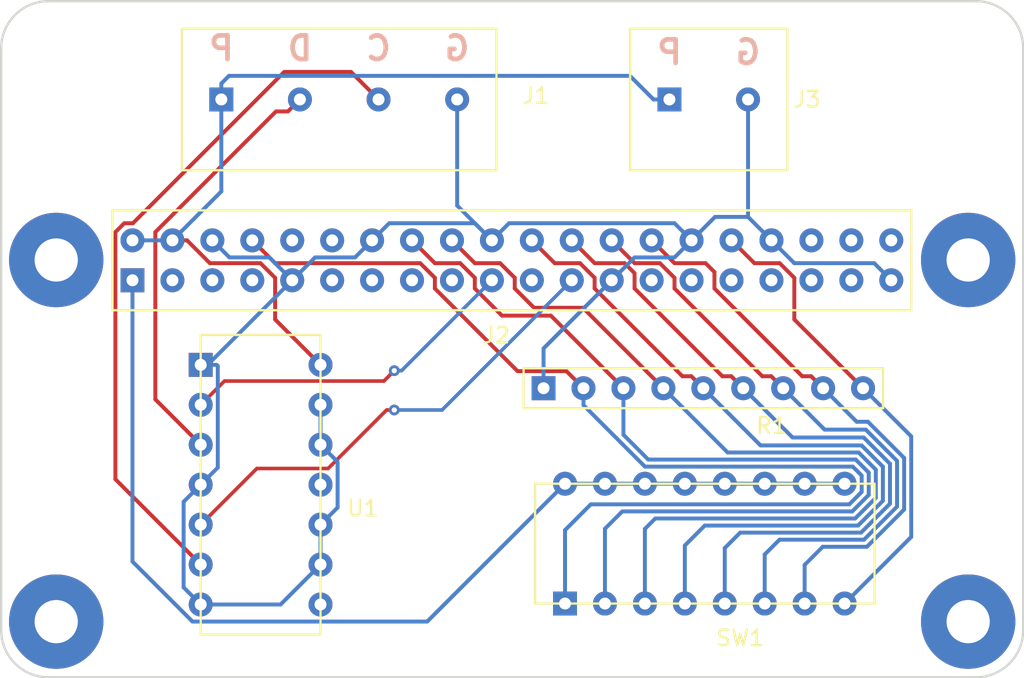
<source format=kicad_pcb>
(kicad_pcb (version 4) (host pcbnew 4.0.7)

  (general
    (links 49)
    (no_connects 0)
    (area 104.919047 70.674999 171.080953 114.325)
    (thickness 1.6)
    (drawings 14)
    (tracks 231)
    (zones 0)
    (modules 10)
    (nets 37)
  )

  (page A)
  (title_block
    (date 2017-12-09)
    (rev 1)
  )

  (layers
    (0 F.Cu signal)
    (31 B.Cu signal)
    (32 B.Adhes user)
    (33 F.Adhes user)
    (34 B.Paste user)
    (35 F.Paste user)
    (36 B.SilkS user)
    (37 F.SilkS user)
    (38 B.Mask user)
    (39 F.Mask user)
    (40 Dwgs.User user)
    (41 Cmts.User user)
    (42 Eco1.User user)
    (43 Eco2.User user)
    (44 Edge.Cuts user)
    (45 Margin user)
    (46 B.CrtYd user)
    (47 F.CrtYd user)
    (48 B.Fab user)
    (49 F.Fab user)
  )

  (setup
    (last_trace_width 0.2286)
    (trace_clearance 0.1524)
    (zone_clearance 0.508)
    (zone_45_only no)
    (trace_min 0.1524)
    (segment_width 0.2)
    (edge_width 0.15)
    (via_size 0.6858)
    (via_drill 0.3302)
    (via_min_size 0.6858)
    (via_min_drill 0.3302)
    (uvia_size 0.762)
    (uvia_drill 0.508)
    (uvias_allowed no)
    (uvia_min_size 0.2)
    (uvia_min_drill 0.1)
    (pcb_text_width 0.3)
    (pcb_text_size 1.5 1.5)
    (mod_edge_width 0.15)
    (mod_text_size 1 1)
    (mod_text_width 0.15)
    (pad_size 6 6)
    (pad_drill 2.75)
    (pad_to_mask_clearance 0.2)
    (aux_axis_origin 0 0)
    (grid_origin 105.5 113.75)
    (visible_elements 7FFFFFFF)
    (pcbplotparams
      (layerselection 0x00030_80000001)
      (usegerberextensions false)
      (excludeedgelayer true)
      (linewidth 0.100000)
      (plotframeref false)
      (viasonmask false)
      (mode 1)
      (useauxorigin false)
      (hpglpennumber 1)
      (hpglpenspeed 20)
      (hpglpendiameter 15)
      (hpglpenoverlay 2)
      (psnegative false)
      (psa4output false)
      (plotreference true)
      (plotvalue true)
      (plotinvisibletext false)
      (padsonsilk false)
      (subtractmaskfromsilk false)
      (outputformat 1)
      (mirror false)
      (drillshape 1)
      (scaleselection 1)
      (outputdirectory ""))
  )

  (net 0 "")
  (net 1 VCC)
  (net 2 "Net-(J1-Pad2)")
  (net 3 "Net-(J1-Pad3)")
  (net 4 GND)
  (net 5 "Net-(J2-Pad1)")
  (net 6 "Net-(J2-Pad3)")
  (net 7 "Net-(J2-Pad5)")
  (net 8 "Net-(J2-Pad7)")
  (net 9 "Net-(J2-Pad8)")
  (net 10 "Net-(J2-Pad10)")
  (net 11 "Net-(J2-Pad11)")
  (net 12 "Net-(J2-Pad12)")
  (net 13 "Net-(J2-Pad13)")
  (net 14 "Net-(J2-Pad15)")
  (net 15 "Net-(J2-Pad16)")
  (net 16 "Net-(J2-Pad17)")
  (net 17 "Net-(J2-Pad18)")
  (net 18 "Net-(J2-Pad19)")
  (net 19 "Net-(J2-Pad21)")
  (net 20 "Net-(J2-Pad22)")
  (net 21 "Net-(J2-Pad23)")
  (net 22 "Net-(J2-Pad24)")
  (net 23 "Net-(J2-Pad26)")
  (net 24 "Net-(J2-Pad27)")
  (net 25 "Net-(J2-Pad28)")
  (net 26 "Net-(J2-Pad29)")
  (net 27 "Net-(J2-Pad31)")
  (net 28 "Net-(J2-Pad32)")
  (net 29 "Net-(J2-Pad33)")
  (net 30 "Net-(J2-Pad35)")
  (net 31 "Net-(J2-Pad36)")
  (net 32 "Net-(J2-Pad37)")
  (net 33 "Net-(J2-Pad38)")
  (net 34 "Net-(J2-Pad40)")
  (net 35 "Net-(U1-Pad8)")
  (net 36 "Net-(U1-Pad11)")

  (net_class Default "This is the default net class."
    (clearance 0.1524)
    (trace_width 0.2286)
    (via_dia 0.6858)
    (via_drill 0.3302)
    (uvia_dia 0.762)
    (uvia_drill 0.508)
    (add_net GND)
    (add_net "Net-(J1-Pad2)")
    (add_net "Net-(J1-Pad3)")
    (add_net "Net-(J2-Pad1)")
    (add_net "Net-(J2-Pad10)")
    (add_net "Net-(J2-Pad11)")
    (add_net "Net-(J2-Pad12)")
    (add_net "Net-(J2-Pad13)")
    (add_net "Net-(J2-Pad15)")
    (add_net "Net-(J2-Pad16)")
    (add_net "Net-(J2-Pad17)")
    (add_net "Net-(J2-Pad18)")
    (add_net "Net-(J2-Pad19)")
    (add_net "Net-(J2-Pad21)")
    (add_net "Net-(J2-Pad22)")
    (add_net "Net-(J2-Pad23)")
    (add_net "Net-(J2-Pad24)")
    (add_net "Net-(J2-Pad26)")
    (add_net "Net-(J2-Pad27)")
    (add_net "Net-(J2-Pad28)")
    (add_net "Net-(J2-Pad29)")
    (add_net "Net-(J2-Pad3)")
    (add_net "Net-(J2-Pad31)")
    (add_net "Net-(J2-Pad32)")
    (add_net "Net-(J2-Pad33)")
    (add_net "Net-(J2-Pad35)")
    (add_net "Net-(J2-Pad36)")
    (add_net "Net-(J2-Pad37)")
    (add_net "Net-(J2-Pad38)")
    (add_net "Net-(J2-Pad40)")
    (add_net "Net-(J2-Pad5)")
    (add_net "Net-(J2-Pad7)")
    (add_net "Net-(J2-Pad8)")
    (add_net "Net-(U1-Pad11)")
    (add_net "Net-(U1-Pad8)")
    (add_net VCC)
  )

  (module LED:MountHole (layer F.Cu) (tedit 5A2C59B7) (tstamp 5A2C4DB1)
    (at 167 89.75)
    (fp_text reference REF** (at 0 0.5) (layer F.SilkS) hide
      (effects (font (size 1 1) (thickness 0.15)))
    )
    (fp_text value MountHole (at 0 -6.35) (layer F.Fab) hide
      (effects (font (size 1 1) (thickness 0.15)))
    )
    (pad "" thru_hole circle (at 0 -2.54) (size 6 6) (drill 2.75) (layers *.Cu *.Mask))
  )

  (module LED:MountHole (layer F.Cu) (tedit 5A2C59C0) (tstamp 5A2C4DF0)
    (at 167 112.75)
    (fp_text reference REF** (at 0 0.5) (layer F.SilkS) hide
      (effects (font (size 1 1) (thickness 0.15)))
    )
    (fp_text value MountHole (at 0 -6.35) (layer F.Fab) hide
      (effects (font (size 1 1) (thickness 0.15)))
    )
    (pad "" thru_hole circle (at 0 -2.54) (size 6 6) (drill 2.75) (layers *.Cu *.Mask))
  )

  (module LED:MountHole (layer F.Cu) (tedit 5A2C59A1) (tstamp 5A2C4E17)
    (at 109 89.75)
    (fp_text reference REF** (at 0 0.5) (layer F.SilkS) hide
      (effects (font (size 1 1) (thickness 0.15)))
    )
    (fp_text value MountHole (at 0 -6.35) (layer F.Fab) hide
      (effects (font (size 1 1) (thickness 0.15)))
    )
    (pad "" thru_hole circle (at 0 -2.54) (size 6 6) (drill 2.75) (layers *.Cu *.Mask))
  )

  (module LED:MountHole (layer F.Cu) (tedit 5A2C59AB) (tstamp 5A2C4E69)
    (at 109 112.75)
    (fp_text reference REF** (at 0 0.5) (layer F.SilkS) hide
      (effects (font (size 1 1) (thickness 0.15)))
    )
    (fp_text value MountHole (at 0 -6.35) (layer F.Fab) hide
      (effects (font (size 1 1) (thickness 0.15)))
    )
    (pad "" thru_hole circle (at 0 -2.54) (size 6 6) (drill 2.75) (layers *.Cu *.Mask))
  )

  (module LED:Phoenix-Screw-Term-4 (layer F.Cu) (tedit 5A2C4FFB) (tstamp 5A2C4F11)
    (at 127 77)
    (path /5A20B6B4)
    (fp_text reference J1 (at 12.5 -0.25) (layer F.SilkS)
      (effects (font (size 1 1) (thickness 0.15)))
    )
    (fp_text value TermBlock4 (at 0 5.5) (layer F.Fab)
      (effects (font (size 1 1) (thickness 0.15)))
    )
    (fp_line (start 10 -4.5) (end 10 4.5) (layer F.SilkS) (width 0.15))
    (fp_line (start 10 4.5) (end -10 4.5) (layer F.SilkS) (width 0.15))
    (fp_line (start -10 4.5) (end -10 -4.5) (layer F.SilkS) (width 0.15))
    (fp_line (start -10 -4.5) (end 10 -4.5) (layer F.SilkS) (width 0.15))
    (pad 1 thru_hole rect (at -7.5 0) (size 1.524 1.524) (drill 0.762) (layers *.Cu *.Mask)
      (net 1 VCC))
    (pad 2 thru_hole circle (at -2.5 0) (size 1.524 1.524) (drill 0.762) (layers *.Cu *.Mask)
      (net 2 "Net-(J1-Pad2)"))
    (pad 3 thru_hole circle (at 2.5 0) (size 1.524 1.524) (drill 0.762) (layers *.Cu *.Mask)
      (net 3 "Net-(J1-Pad3)"))
    (pad 4 thru_hole circle (at 7.5 0) (size 1.524 1.524) (drill 0.762) (layers *.Cu *.Mask)
      (net 4 GND))
  )

  (module "LED:Pi Header" (layer F.Cu) (tedit 5A2C4FE0) (tstamp 5A2C4F41)
    (at 139.25 88.5)
    (path /5A20B76F)
    (fp_text reference J2 (at -2.25 3.5) (layer F.SilkS)
      (effects (font (size 1 1) (thickness 0.15)))
    )
    (fp_text value PIHeader (at -8.25 3.25) (layer F.Fab)
      (effects (font (size 1 1) (thickness 0.15)))
    )
    (fp_line (start -26.67 -4.445) (end 24.13 -4.445) (layer F.SilkS) (width 0.15))
    (fp_line (start 24.13 -4.445) (end 24.13 1.905) (layer F.SilkS) (width 0.15))
    (fp_line (start 24.13 1.905) (end -26.67 1.905) (layer F.SilkS) (width 0.15))
    (fp_line (start -26.67 1.905) (end -26.67 -4.445) (layer F.SilkS) (width 0.15))
    (pad 1 thru_hole rect (at -25.4 0) (size 1.524 1.524) (drill 0.762) (layers *.Cu *.Mask)
      (net 5 "Net-(J2-Pad1)"))
    (pad 2 thru_hole circle (at -25.4 -2.54) (size 1.524 1.524) (drill 0.762) (layers *.Cu *.Mask)
      (net 1 VCC))
    (pad 3 thru_hole circle (at -22.86 0) (size 1.524 1.524) (drill 0.762) (layers *.Cu *.Mask)
      (net 6 "Net-(J2-Pad3)"))
    (pad 4 thru_hole circle (at -22.86 -2.54) (size 1.524 1.524) (drill 0.762) (layers *.Cu *.Mask)
      (net 1 VCC))
    (pad 5 thru_hole circle (at -20.32 0) (size 1.524 1.524) (drill 0.762) (layers *.Cu *.Mask)
      (net 7 "Net-(J2-Pad5)"))
    (pad 6 thru_hole circle (at -20.32 -2.54) (size 1.524 1.524) (drill 0.762) (layers *.Cu *.Mask)
      (net 4 GND))
    (pad 7 thru_hole circle (at -17.78 0) (size 1.524 1.524) (drill 0.762) (layers *.Cu *.Mask)
      (net 8 "Net-(J2-Pad7)"))
    (pad 8 thru_hole circle (at -17.78 -2.54) (size 1.524 1.524) (drill 0.762) (layers *.Cu *.Mask)
      (net 9 "Net-(J2-Pad8)"))
    (pad 9 thru_hole circle (at -15.24 0) (size 1.524 1.524) (drill 0.762) (layers *.Cu *.Mask)
      (net 4 GND))
    (pad 10 thru_hole circle (at -15.24 -2.54) (size 1.524 1.524) (drill 0.762) (layers *.Cu *.Mask)
      (net 10 "Net-(J2-Pad10)"))
    (pad 11 thru_hole circle (at -12.7 0) (size 1.524 1.524) (drill 0.762) (layers *.Cu *.Mask)
      (net 11 "Net-(J2-Pad11)"))
    (pad 12 thru_hole circle (at -12.7 -2.54) (size 1.524 1.524) (drill 0.762) (layers *.Cu *.Mask)
      (net 12 "Net-(J2-Pad12)"))
    (pad 13 thru_hole circle (at -10.16 0) (size 1.524 1.524) (drill 0.762) (layers *.Cu *.Mask)
      (net 13 "Net-(J2-Pad13)"))
    (pad 14 thru_hole circle (at -10.16 -2.54) (size 1.524 1.524) (drill 0.762) (layers *.Cu *.Mask)
      (net 4 GND))
    (pad 15 thru_hole circle (at -7.62 0) (size 1.524 1.524) (drill 0.762) (layers *.Cu *.Mask)
      (net 14 "Net-(J2-Pad15)"))
    (pad 16 thru_hole circle (at -7.62 -2.54) (size 1.524 1.524) (drill 0.762) (layers *.Cu *.Mask)
      (net 15 "Net-(J2-Pad16)"))
    (pad 17 thru_hole circle (at -5.08 0) (size 1.524 1.524) (drill 0.762) (layers *.Cu *.Mask)
      (net 16 "Net-(J2-Pad17)"))
    (pad 18 thru_hole circle (at -5.08 -2.54) (size 1.524 1.524) (drill 0.762) (layers *.Cu *.Mask)
      (net 17 "Net-(J2-Pad18)"))
    (pad 19 thru_hole circle (at -2.54 0) (size 1.524 1.524) (drill 0.762) (layers *.Cu *.Mask)
      (net 18 "Net-(J2-Pad19)"))
    (pad 20 thru_hole circle (at -2.54 -2.54) (size 1.524 1.524) (drill 0.762) (layers *.Cu *.Mask)
      (net 4 GND))
    (pad 21 thru_hole circle (at 0 0) (size 1.524 1.524) (drill 0.762) (layers *.Cu *.Mask)
      (net 19 "Net-(J2-Pad21)"))
    (pad 22 thru_hole circle (at 0 -2.54) (size 1.524 1.524) (drill 0.762) (layers *.Cu *.Mask)
      (net 20 "Net-(J2-Pad22)"))
    (pad 23 thru_hole circle (at 2.54 0) (size 1.524 1.524) (drill 0.762) (layers *.Cu *.Mask)
      (net 21 "Net-(J2-Pad23)"))
    (pad 24 thru_hole circle (at 2.54 -2.54) (size 1.524 1.524) (drill 0.762) (layers *.Cu *.Mask)
      (net 22 "Net-(J2-Pad24)"))
    (pad 25 thru_hole circle (at 5.08 0) (size 1.524 1.524) (drill 0.762) (layers *.Cu *.Mask)
      (net 4 GND))
    (pad 26 thru_hole circle (at 5.08 -2.54) (size 1.524 1.524) (drill 0.762) (layers *.Cu *.Mask)
      (net 23 "Net-(J2-Pad26)"))
    (pad 27 thru_hole circle (at 7.62 0) (size 1.524 1.524) (drill 0.762) (layers *.Cu *.Mask)
      (net 24 "Net-(J2-Pad27)"))
    (pad 28 thru_hole circle (at 7.62 -2.54) (size 1.524 1.524) (drill 0.762) (layers *.Cu *.Mask)
      (net 25 "Net-(J2-Pad28)"))
    (pad 29 thru_hole circle (at 10.16 0) (size 1.524 1.524) (drill 0.762) (layers *.Cu *.Mask)
      (net 26 "Net-(J2-Pad29)"))
    (pad 30 thru_hole circle (at 10.16 -2.54) (size 1.524 1.524) (drill 0.762) (layers *.Cu *.Mask)
      (net 4 GND))
    (pad 31 thru_hole circle (at 12.7 0) (size 1.524 1.524) (drill 0.762) (layers *.Cu *.Mask)
      (net 27 "Net-(J2-Pad31)"))
    (pad 32 thru_hole circle (at 12.7 -2.54) (size 1.524 1.524) (drill 0.762) (layers *.Cu *.Mask)
      (net 28 "Net-(J2-Pad32)"))
    (pad 33 thru_hole circle (at 15.24 0) (size 1.524 1.524) (drill 0.762) (layers *.Cu *.Mask)
      (net 29 "Net-(J2-Pad33)"))
    (pad 34 thru_hole circle (at 15.24 -2.54) (size 1.524 1.524) (drill 0.762) (layers *.Cu *.Mask)
      (net 4 GND))
    (pad 35 thru_hole circle (at 17.78 0) (size 1.524 1.524) (drill 0.762) (layers *.Cu *.Mask)
      (net 30 "Net-(J2-Pad35)"))
    (pad 36 thru_hole circle (at 17.78 -2.54) (size 1.524 1.524) (drill 0.762) (layers *.Cu *.Mask)
      (net 31 "Net-(J2-Pad36)"))
    (pad 37 thru_hole circle (at 20.32 0) (size 1.524 1.524) (drill 0.762) (layers *.Cu *.Mask)
      (net 32 "Net-(J2-Pad37)"))
    (pad 38 thru_hole circle (at 20.32 -2.54) (size 1.524 1.524) (drill 0.762) (layers *.Cu *.Mask)
      (net 33 "Net-(J2-Pad38)"))
    (pad 39 thru_hole circle (at 22.86 0) (size 1.524 1.524) (drill 0.762) (layers *.Cu *.Mask)
      (net 4 GND))
    (pad 40 thru_hole circle (at 22.86 -2.54) (size 1.524 1.524) (drill 0.762) (layers *.Cu *.Mask)
      (net 34 "Net-(J2-Pad40)"))
  )

  (module LED:Phoenix-Screw-Term-2 (layer F.Cu) (tedit 5A2C4FF4) (tstamp 5A2C4F4B)
    (at 150.5 77)
    (path /5A20B62B)
    (fp_text reference J3 (at 6.25 0) (layer F.SilkS)
      (effects (font (size 1 1) (thickness 0.15)))
    )
    (fp_text value TermBlock2 (at -0.25 5.5) (layer F.Fab)
      (effects (font (size 1 1) (thickness 0.15)))
    )
    (fp_line (start -5 -4.5) (end 5 -4.5) (layer F.SilkS) (width 0.15))
    (fp_line (start 5 -4.5) (end 5 4.5) (layer F.SilkS) (width 0.15))
    (fp_line (start 5 4.5) (end -5 4.5) (layer F.SilkS) (width 0.15))
    (fp_line (start -5 4.5) (end -5 -4.5) (layer F.SilkS) (width 0.15))
    (pad 1 thru_hole rect (at -2.5 0) (size 1.524 1.524) (drill 0.762) (layers *.Cu *.Mask)
      (net 1 VCC))
    (pad 2 thru_hole circle (at 2.5 0) (size 1.524 1.524) (drill 0.762) (layers *.Cu *.Mask)
      (net 4 GND))
  )

  (module LED:4609X-101-RC (layer F.Cu) (tedit 5A2C4FE5) (tstamp 5A2C4F5C)
    (at 148.25 96)
    (path /5A20B7C4)
    (fp_text reference R1 (at 6.25 1.75) (layer F.SilkS)
      (effects (font (size 1 1) (thickness 0.15)))
    )
    (fp_text value ResNetwork (at -0.25 1.75) (layer F.Fab)
      (effects (font (size 1 1) (thickness 0.15)))
    )
    (fp_line (start -9.525 -1.905) (end -9.525 0.635) (layer F.SilkS) (width 0.15))
    (fp_line (start -9.525 0.635) (end 13.335 0.635) (layer F.SilkS) (width 0.15))
    (fp_line (start 13.335 0.635) (end 13.335 -1.905) (layer F.SilkS) (width 0.15))
    (fp_line (start 13.335 -1.905) (end -9.525 -1.905) (layer F.SilkS) (width 0.15))
    (pad 1 thru_hole rect (at -8.255 -0.635) (size 1.524 1.524) (drill 0.762) (layers *.Cu *.Mask)
      (net 4 GND))
    (pad 2 thru_hole circle (at -5.715 -0.635) (size 1.524 1.524) (drill 0.762) (layers *.Cu *.Mask)
      (net 9 "Net-(J2-Pad8)"))
    (pad 3 thru_hole circle (at -3.175 -0.635) (size 1.524 1.524) (drill 0.762) (layers *.Cu *.Mask)
      (net 15 "Net-(J2-Pad16)"))
    (pad 4 thru_hole circle (at -0.635 -0.635) (size 1.524 1.524) (drill 0.762) (layers *.Cu *.Mask)
      (net 17 "Net-(J2-Pad18)"))
    (pad 5 thru_hole circle (at 1.905 -0.635) (size 1.524 1.524) (drill 0.762) (layers *.Cu *.Mask)
      (net 20 "Net-(J2-Pad22)"))
    (pad 6 thru_hole circle (at 4.445 -0.635) (size 1.524 1.524) (drill 0.762) (layers *.Cu *.Mask)
      (net 22 "Net-(J2-Pad24)"))
    (pad 7 thru_hole circle (at 6.985 -0.635) (size 1.524 1.524) (drill 0.762) (layers *.Cu *.Mask)
      (net 23 "Net-(J2-Pad26)"))
    (pad 8 thru_hole circle (at 9.525 -0.635) (size 1.524 1.524) (drill 0.762) (layers *.Cu *.Mask)
      (net 25 "Net-(J2-Pad28)"))
    (pad 9 thru_hole circle (at 12.065 -0.635) (size 1.524 1.524) (drill 0.762) (layers *.Cu *.Mask)
      (net 28 "Net-(J2-Pad32)"))
  )

  (module LED:210-008-M (layer F.Cu) (tedit 5A2C4FEC) (tstamp 5A2C4F74)
    (at 150.25 105.25)
    (path /5A20CADB)
    (fp_text reference SW1 (at 2.25 6) (layer F.SilkS)
      (effects (font (size 1 1) (thickness 0.15)))
    )
    (fp_text value Dip_Switch_X8 (at -6 5.75) (layer F.Fab)
      (effects (font (size 1 1) (thickness 0.15)))
    )
    (fp_line (start -10.795 3.81) (end 10.795 3.81) (layer F.SilkS) (width 0.15))
    (fp_line (start 10.795 3.81) (end 10.795 -3.81) (layer F.SilkS) (width 0.15))
    (fp_line (start 10.795 -3.81) (end -10.795 -3.81) (layer F.SilkS) (width 0.15))
    (fp_line (start -10.795 -3.81) (end -10.795 3.81) (layer F.SilkS) (width 0.15))
    (pad 1 thru_hole rect (at -8.89 3.81) (size 1.524 1.524) (drill 0.762) (layers *.Cu *.Mask)
      (net 9 "Net-(J2-Pad8)"))
    (pad 2 thru_hole circle (at -6.35 3.81) (size 1.524 1.524) (drill 0.762) (layers *.Cu *.Mask)
      (net 15 "Net-(J2-Pad16)"))
    (pad 3 thru_hole circle (at -3.81 3.81) (size 1.524 1.524) (drill 0.762) (layers *.Cu *.Mask)
      (net 17 "Net-(J2-Pad18)"))
    (pad 4 thru_hole circle (at -1.27 3.81) (size 1.524 1.524) (drill 0.762) (layers *.Cu *.Mask)
      (net 20 "Net-(J2-Pad22)"))
    (pad 5 thru_hole circle (at 1.27 3.81) (size 1.524 1.524) (drill 0.762) (layers *.Cu *.Mask)
      (net 22 "Net-(J2-Pad24)"))
    (pad 6 thru_hole circle (at 3.81 3.81) (size 1.524 1.524) (drill 0.762) (layers *.Cu *.Mask)
      (net 23 "Net-(J2-Pad26)"))
    (pad 7 thru_hole circle (at 6.35 3.81) (size 1.524 1.524) (drill 0.762) (layers *.Cu *.Mask)
      (net 25 "Net-(J2-Pad28)"))
    (pad 8 thru_hole circle (at 8.89 3.81) (size 1.524 1.524) (drill 0.762) (layers *.Cu *.Mask)
      (net 28 "Net-(J2-Pad32)"))
    (pad 9 thru_hole circle (at 8.89 -3.81) (size 1.524 1.524) (drill 0.762) (layers *.Cu *.Mask)
      (net 5 "Net-(J2-Pad1)"))
    (pad 10 thru_hole circle (at 6.35 -3.81) (size 1.524 1.524) (drill 0.762) (layers *.Cu *.Mask)
      (net 5 "Net-(J2-Pad1)"))
    (pad 11 thru_hole circle (at 3.81 -3.81) (size 1.524 1.524) (drill 0.762) (layers *.Cu *.Mask)
      (net 5 "Net-(J2-Pad1)"))
    (pad 12 thru_hole circle (at 1.27 -3.81) (size 1.524 1.524) (drill 0.762) (layers *.Cu *.Mask)
      (net 5 "Net-(J2-Pad1)"))
    (pad 13 thru_hole circle (at -1.27 -3.81) (size 1.524 1.524) (drill 0.762) (layers *.Cu *.Mask)
      (net 5 "Net-(J2-Pad1)"))
    (pad 14 thru_hole circle (at -3.81 -3.81) (size 1.524 1.524) (drill 0.762) (layers *.Cu *.Mask)
      (net 5 "Net-(J2-Pad1)"))
    (pad 15 thru_hole circle (at -6.35 -3.81) (size 1.524 1.524) (drill 0.762) (layers *.Cu *.Mask)
      (net 5 "Net-(J2-Pad1)"))
    (pad 16 thru_hole circle (at -8.89 -3.81) (size 1.524 1.524) (drill 0.762) (layers *.Cu *.Mask)
      (net 5 "Net-(J2-Pad1)"))
  )

  (module LED:74AHCT125 (layer F.Cu) (tedit 5A2C5008) (tstamp 5A2C4F8A)
    (at 122 101.5)
    (path /5A20D23D)
    (fp_text reference U1 (at 6.5 1.5) (layer F.SilkS)
      (effects (font (size 1 1) (thickness 0.15)))
    )
    (fp_text value 74AHCT125 (at 8.75 -3.25) (layer F.Fab)
      (effects (font (size 1 1) (thickness 0.15)))
    )
    (fp_line (start -3.81 9.525) (end 3.81 9.525) (layer F.SilkS) (width 0.15))
    (fp_line (start 3.81 9.525) (end 3.81 -9.525) (layer F.SilkS) (width 0.15))
    (fp_line (start 3.81 -9.525) (end -3.81 -9.525) (layer F.SilkS) (width 0.15))
    (fp_line (start -3.81 -9.525) (end -3.81 9.525) (layer F.SilkS) (width 0.15))
    (pad 1 thru_hole rect (at -3.81 -7.62) (size 1.524 1.524) (drill 0.762) (layers *.Cu *.Mask)
      (net 4 GND))
    (pad 2 thru_hole circle (at -3.81 -5.08) (size 1.524 1.524) (drill 0.762) (layers *.Cu *.Mask)
      (net 18 "Net-(J2-Pad19)"))
    (pad 3 thru_hole circle (at -3.81 -2.54) (size 1.524 1.524) (drill 0.762) (layers *.Cu *.Mask)
      (net 2 "Net-(J1-Pad2)"))
    (pad 4 thru_hole circle (at -3.81 0) (size 1.524 1.524) (drill 0.762) (layers *.Cu *.Mask)
      (net 4 GND))
    (pad 5 thru_hole circle (at -3.81 2.54) (size 1.524 1.524) (drill 0.762) (layers *.Cu *.Mask)
      (net 21 "Net-(J2-Pad23)"))
    (pad 6 thru_hole circle (at -3.81 5.08) (size 1.524 1.524) (drill 0.762) (layers *.Cu *.Mask)
      (net 3 "Net-(J1-Pad3)"))
    (pad 7 thru_hole circle (at -3.81 7.62) (size 1.524 1.524) (drill 0.762) (layers *.Cu *.Mask)
      (net 4 GND))
    (pad 8 thru_hole circle (at 3.81 7.62) (size 1.524 1.524) (drill 0.762) (layers *.Cu *.Mask)
      (net 35 "Net-(U1-Pad8)"))
    (pad 9 thru_hole circle (at 3.81 5.08) (size 1.524 1.524) (drill 0.762) (layers *.Cu *.Mask)
      (net 4 GND))
    (pad 10 thru_hole circle (at 3.81 2.54) (size 1.524 1.524) (drill 0.762) (layers *.Cu *.Mask)
      (net 4 GND))
    (pad 11 thru_hole circle (at 3.81 0) (size 1.524 1.524) (drill 0.762) (layers *.Cu *.Mask)
      (net 36 "Net-(U1-Pad11)"))
    (pad 12 thru_hole circle (at 3.81 -2.54) (size 1.524 1.524) (drill 0.762) (layers *.Cu *.Mask)
      (net 4 GND))
    (pad 13 thru_hole circle (at 3.81 -5.08) (size 1.524 1.524) (drill 0.762) (layers *.Cu *.Mask)
      (net 4 GND))
    (pad 14 thru_hole circle (at 3.81 -7.62) (size 1.524 1.524) (drill 0.762) (layers *.Cu *.Mask)
      (net 1 VCC))
  )

  (gr_text G (at 153 74) (layer B.SilkS)
    (effects (font (size 1.5 1.5) (thickness 0.3)) (justify mirror))
  )
  (gr_text P (at 148 74) (layer B.SilkS)
    (effects (font (size 1.5 1.5) (thickness 0.3)) (justify mirror))
  )
  (gr_text G (at 134.5 73.75) (layer B.SilkS)
    (effects (font (size 1.5 1.5) (thickness 0.3)) (justify mirror))
  )
  (gr_text P (at 119.5 73.75) (layer B.SilkS)
    (effects (font (size 1.5 1.5) (thickness 0.3)) (justify mirror))
  )
  (gr_text C (at 129.5 73.75) (layer B.SilkS)
    (effects (font (size 1.5 1.5) (thickness 0.3)) (justify mirror))
  )
  (gr_text D (at 124.5 73.75) (layer B.SilkS)
    (effects (font (size 1.5 1.5) (thickness 0.3)) (justify mirror))
  )
  (gr_arc (start 108.5 110.75) (end 108.5 113.75) (angle 90) (layer Edge.Cuts) (width 0.15))
  (gr_arc (start 167.5 110.75) (end 170.5 110.75) (angle 90) (layer Edge.Cuts) (width 0.15))
  (gr_arc (start 167.5 73.75) (end 167.5 70.75) (angle 90) (layer Edge.Cuts) (width 0.15))
  (gr_arc (start 108.5 73.75) (end 105.5 73.75) (angle 90) (layer Edge.Cuts) (width 0.15))
  (gr_line (start 105.5 110.75) (end 105.5 73.75) (angle 90) (layer Edge.Cuts) (width 0.15))
  (gr_line (start 167.5 113.75) (end 108.5 113.75) (angle 90) (layer Edge.Cuts) (width 0.15))
  (gr_line (start 170.5 73.75) (end 170.5 110.75) (angle 90) (layer Edge.Cuts) (width 0.15))
  (gr_line (start 108.5 70.75) (end 167.5 70.75) (angle 90) (layer Edge.Cuts) (width 0.15))

  (segment (start 119.988 75.5) (end 145.488 75.5) (width 0.25) (layer B.Cu) (net 1))
  (segment (start 145.488 75.5) (end 146.988 77) (width 0.25) (layer B.Cu) (net 1))
  (segment (start 146.988 77) (end 148 77) (width 0.25) (layer B.Cu) (net 1))
  (segment (start 119.5 77) (end 119.5 75.988) (width 0.25) (layer B.Cu) (net 1))
  (segment (start 119.5 75.988) (end 119.988 75.5) (width 0.25) (layer B.Cu) (net 1))
  (segment (start 116.39 85.96) (end 117.321238 85.96) (width 0.25) (layer F.Cu) (net 1))
  (segment (start 122.922999 88.344237) (end 122.922999 90.992999) (width 0.25) (layer F.Cu) (net 1))
  (segment (start 117.321238 85.96) (end 118.774237 87.412999) (width 0.25) (layer F.Cu) (net 1))
  (segment (start 118.774237 87.412999) (end 121.991761 87.412999) (width 0.25) (layer F.Cu) (net 1))
  (segment (start 121.991761 87.412999) (end 122.922999 88.344237) (width 0.25) (layer F.Cu) (net 1))
  (segment (start 122.922999 90.992999) (end 125.048001 93.118001) (width 0.25) (layer F.Cu) (net 1))
  (segment (start 125.048001 93.118001) (end 125.81 93.88) (width 0.25) (layer F.Cu) (net 1))
  (segment (start 116.39 85.96) (end 119.5 82.85) (width 0.25) (layer B.Cu) (net 1))
  (segment (start 119.5 82.85) (end 119.5 77) (width 0.25) (layer B.Cu) (net 1))
  (segment (start 113.85 85.96) (end 116.39 85.96) (width 0.25) (layer B.Cu) (net 1))
  (segment (start 124.5 77) (end 123.738001 77.761999) (width 0.25) (layer F.Cu) (net 2))
  (segment (start 115.302999 96.072999) (end 117.428001 98.198001) (width 0.25) (layer F.Cu) (net 2))
  (segment (start 123.738001 77.761999) (end 122.979239 77.761999) (width 0.25) (layer F.Cu) (net 2))
  (segment (start 115.302999 85.438239) (end 115.302999 96.072999) (width 0.25) (layer F.Cu) (net 2))
  (segment (start 122.979239 77.761999) (end 115.302999 85.438239) (width 0.25) (layer F.Cu) (net 2))
  (segment (start 117.428001 98.198001) (end 118.19 98.96) (width 0.25) (layer F.Cu) (net 2))
  (segment (start 129.5 77) (end 127.75 75.25) (width 0.25) (layer F.Cu) (net 3))
  (segment (start 117.428001 105.818001) (end 118.19 106.58) (width 0.25) (layer F.Cu) (net 3))
  (segment (start 127.75 75.25) (end 123.5 75.25) (width 0.25) (layer F.Cu) (net 3))
  (segment (start 123.5 75.25) (end 113.877001 84.872999) (width 0.25) (layer F.Cu) (net 3))
  (segment (start 113.877001 84.872999) (end 113.328239 84.872999) (width 0.25) (layer F.Cu) (net 3))
  (segment (start 112.762999 85.438239) (end 112.762999 101.152999) (width 0.25) (layer F.Cu) (net 3))
  (segment (start 113.328239 84.872999) (end 112.762999 85.438239) (width 0.25) (layer F.Cu) (net 3))
  (segment (start 112.762999 101.152999) (end 117.428001 105.818001) (width 0.25) (layer F.Cu) (net 3))
  (segment (start 144.33 88.5) (end 145.782999 87.047001) (width 0.25) (layer B.Cu) (net 4))
  (segment (start 145.782999 87.047001) (end 148.322999 87.047001) (width 0.25) (layer B.Cu) (net 4))
  (segment (start 148.322999 87.047001) (end 148.648001 86.721999) (width 0.25) (layer B.Cu) (net 4))
  (segment (start 148.648001 86.721999) (end 149.41 85.96) (width 0.25) (layer B.Cu) (net 4))
  (segment (start 125.81 98.96) (end 125.81 96.42) (width 0.25) (layer B.Cu) (net 4))
  (segment (start 125.81 104.04) (end 126.897001 102.952999) (width 0.25) (layer B.Cu) (net 4))
  (segment (start 126.897001 102.952999) (end 126.897001 100.047001) (width 0.25) (layer B.Cu) (net 4))
  (segment (start 126.897001 100.047001) (end 126.571999 99.721999) (width 0.25) (layer B.Cu) (net 4))
  (segment (start 126.571999 99.721999) (end 125.81 98.96) (width 0.25) (layer B.Cu) (net 4))
  (segment (start 125.81 106.58) (end 125.81 105.50237) (width 0.25) (layer B.Cu) (net 4))
  (segment (start 125.81 105.50237) (end 125.81 104.04) (width 0.25) (layer B.Cu) (net 4))
  (segment (start 118.19 109.12) (end 123.27 109.12) (width 0.25) (layer B.Cu) (net 4))
  (segment (start 123.27 109.12) (end 125.81 106.58) (width 0.25) (layer B.Cu) (net 4))
  (segment (start 118.19 101.5) (end 117.102999 102.587001) (width 0.25) (layer B.Cu) (net 4))
  (segment (start 117.102999 102.587001) (end 117.102999 108.032999) (width 0.25) (layer B.Cu) (net 4))
  (segment (start 117.102999 108.032999) (end 117.428001 108.358001) (width 0.25) (layer B.Cu) (net 4))
  (segment (start 117.428001 108.358001) (end 118.19 109.12) (width 0.25) (layer B.Cu) (net 4))
  (segment (start 118.19 93.88) (end 119.202 93.88) (width 0.25) (layer B.Cu) (net 4))
  (segment (start 119.202 93.88) (end 119.277001 93.955001) (width 0.25) (layer B.Cu) (net 4))
  (segment (start 119.277001 93.955001) (end 119.277001 100.412999) (width 0.25) (layer B.Cu) (net 4))
  (segment (start 119.277001 100.412999) (end 118.951999 100.738001) (width 0.25) (layer B.Cu) (net 4))
  (segment (start 118.951999 100.738001) (end 118.19 101.5) (width 0.25) (layer B.Cu) (net 4))
  (segment (start 124.01 88.5) (end 118.63 93.88) (width 0.25) (layer B.Cu) (net 4))
  (segment (start 118.63 93.88) (end 118.19 93.88) (width 0.25) (layer B.Cu) (net 4))
  (segment (start 144.33 88.5) (end 139.995 92.835) (width 0.25) (layer B.Cu) (net 4))
  (segment (start 139.995 92.835) (end 139.995 95.365) (width 0.25) (layer B.Cu) (net 4))
  (segment (start 124.01 88.5) (end 122.557001 87.047001) (width 0.25) (layer B.Cu) (net 4))
  (segment (start 122.557001 87.047001) (end 120.017001 87.047001) (width 0.25) (layer B.Cu) (net 4))
  (segment (start 119.691999 86.721999) (end 118.93 85.96) (width 0.25) (layer B.Cu) (net 4))
  (segment (start 120.017001 87.047001) (end 119.691999 86.721999) (width 0.25) (layer B.Cu) (net 4))
  (segment (start 129.09 85.96) (end 128.002999 87.047001) (width 0.25) (layer B.Cu) (net 4))
  (segment (start 128.002999 87.047001) (end 125.462999 87.047001) (width 0.25) (layer B.Cu) (net 4))
  (segment (start 125.462999 87.047001) (end 124.771999 87.738001) (width 0.25) (layer B.Cu) (net 4))
  (segment (start 124.771999 87.738001) (end 124.01 88.5) (width 0.25) (layer B.Cu) (net 4))
  (segment (start 136.71 85.96) (end 135.622999 84.872999) (width 0.25) (layer B.Cu) (net 4))
  (segment (start 135.622999 84.872999) (end 130.177001 84.872999) (width 0.25) (layer B.Cu) (net 4))
  (segment (start 130.177001 84.872999) (end 129.851999 85.198001) (width 0.25) (layer B.Cu) (net 4))
  (segment (start 129.851999 85.198001) (end 129.09 85.96) (width 0.25) (layer B.Cu) (net 4))
  (segment (start 134.5 77) (end 134.5 83.75) (width 0.25) (layer B.Cu) (net 4))
  (segment (start 134.5 83.75) (end 136.71 85.96) (width 0.25) (layer B.Cu) (net 4))
  (segment (start 149.41 85.96) (end 148.322999 84.872999) (width 0.25) (layer B.Cu) (net 4))
  (segment (start 148.322999 84.872999) (end 137.797001 84.872999) (width 0.25) (layer B.Cu) (net 4))
  (segment (start 137.797001 84.872999) (end 137.471999 85.198001) (width 0.25) (layer B.Cu) (net 4))
  (segment (start 137.471999 85.198001) (end 136.71 85.96) (width 0.25) (layer B.Cu) (net 4))
  (segment (start 153 84.47) (end 150.9 84.47) (width 0.25) (layer B.Cu) (net 4))
  (segment (start 150.9 84.47) (end 149.41 85.96) (width 0.25) (layer B.Cu) (net 4))
  (segment (start 154.49 85.96) (end 155.942999 87.412999) (width 0.25) (layer B.Cu) (net 4))
  (segment (start 161.022999 87.412999) (end 161.348001 87.738001) (width 0.25) (layer B.Cu) (net 4))
  (segment (start 155.942999 87.412999) (end 161.022999 87.412999) (width 0.25) (layer B.Cu) (net 4))
  (segment (start 161.348001 87.738001) (end 162.11 88.5) (width 0.25) (layer B.Cu) (net 4))
  (segment (start 153 77) (end 153 84.47) (width 0.25) (layer B.Cu) (net 4))
  (segment (start 153 84.47) (end 154.49 85.96) (width 0.25) (layer B.Cu) (net 4))
  (segment (start 141.36 101.44) (end 132.592999 110.207001) (width 0.25) (layer B.Cu) (net 5))
  (segment (start 132.592999 110.207001) (end 117.668239 110.207001) (width 0.25) (layer B.Cu) (net 5))
  (segment (start 117.668239 110.207001) (end 113.85 106.388762) (width 0.25) (layer B.Cu) (net 5))
  (segment (start 113.85 89.512) (end 113.85 88.5) (width 0.25) (layer B.Cu) (net 5))
  (segment (start 113.85 106.388762) (end 113.85 89.512) (width 0.25) (layer B.Cu) (net 5))
  (segment (start 156.6 101.44) (end 157.67763 101.44) (width 0.25) (layer B.Cu) (net 5))
  (segment (start 157.67763 101.44) (end 159.14 101.44) (width 0.25) (layer B.Cu) (net 5))
  (segment (start 154.06 101.44) (end 155.13763 101.44) (width 0.25) (layer B.Cu) (net 5))
  (segment (start 155.13763 101.44) (end 156.6 101.44) (width 0.25) (layer B.Cu) (net 5))
  (segment (start 151.52 101.44) (end 152.59763 101.44) (width 0.25) (layer B.Cu) (net 5))
  (segment (start 152.59763 101.44) (end 154.06 101.44) (width 0.25) (layer B.Cu) (net 5))
  (segment (start 148.98 101.44) (end 151.52 101.44) (width 0.25) (layer B.Cu) (net 5))
  (segment (start 146.44 101.44) (end 148.98 101.44) (width 0.25) (layer B.Cu) (net 5))
  (segment (start 143.9 101.44) (end 144.97763 101.44) (width 0.25) (layer B.Cu) (net 5))
  (segment (start 144.97763 101.44) (end 146.44 101.44) (width 0.25) (layer B.Cu) (net 5))
  (segment (start 141.36 101.44) (end 143.9 101.44) (width 0.25) (layer B.Cu) (net 5))
  (segment (start 121.47 85.96) (end 122.922999 87.412999) (width 0.25) (layer F.Cu) (net 9))
  (segment (start 141.447999 94.277999) (end 141.773001 94.603001) (width 0.25) (layer F.Cu) (net 9))
  (segment (start 122.922999 87.412999) (end 132.151761 87.412999) (width 0.25) (layer F.Cu) (net 9))
  (segment (start 132.151761 87.412999) (end 133.082999 88.344237) (width 0.25) (layer F.Cu) (net 9))
  (segment (start 133.082999 88.344237) (end 133.082999 89.021761) (width 0.25) (layer F.Cu) (net 9))
  (segment (start 141.773001 94.603001) (end 142.535 95.365) (width 0.25) (layer F.Cu) (net 9))
  (segment (start 133.082999 89.021761) (end 138.339237 94.277999) (width 0.25) (layer F.Cu) (net 9))
  (segment (start 138.339237 94.277999) (end 141.447999 94.277999) (width 0.25) (layer F.Cu) (net 9))
  (segment (start 143 102.75) (end 141.36 104.39) (width 0.25) (layer B.Cu) (net 9))
  (segment (start 141.36 104.39) (end 141.36 109.06) (width 0.25) (layer B.Cu) (net 9))
  (segment (start 159.438762 102.75) (end 143 102.75) (width 0.25) (layer B.Cu) (net 9))
  (segment (start 142.535 95.365) (end 142.535 96.44263) (width 0.25) (layer B.Cu) (net 9))
  (segment (start 142.535 96.44263) (end 146.445369 100.352999) (width 0.25) (layer B.Cu) (net 9))
  (segment (start 160.227001 101.961761) (end 159.438762 102.75) (width 0.25) (layer B.Cu) (net 9))
  (segment (start 146.445369 100.352999) (end 159.661761 100.352999) (width 0.25) (layer B.Cu) (net 9))
  (segment (start 159.661761 100.352999) (end 160.227001 100.918239) (width 0.25) (layer B.Cu) (net 9))
  (segment (start 160.227001 100.918239) (end 160.227001 101.961761) (width 0.25) (layer B.Cu) (net 9))
  (segment (start 137.351238 90.75) (end 140.46 90.75) (width 0.25) (layer F.Cu) (net 15))
  (segment (start 140.46 90.75) (end 145.075 95.365) (width 0.25) (layer F.Cu) (net 15))
  (segment (start 131.63 85.96) (end 133.082999 87.412999) (width 0.25) (layer F.Cu) (net 15))
  (segment (start 133.082999 87.412999) (end 134.691761 87.412999) (width 0.25) (layer F.Cu) (net 15))
  (segment (start 134.691761 87.412999) (end 135.622999 88.344237) (width 0.25) (layer F.Cu) (net 15))
  (segment (start 135.622999 88.344237) (end 135.622999 89.021761) (width 0.25) (layer F.Cu) (net 15))
  (segment (start 135.622999 89.021761) (end 137.351238 90.75) (width 0.25) (layer F.Cu) (net 15))
  (segment (start 146.652989 99.902989) (end 145.075 98.325) (width 0.25) (layer B.Cu) (net 15))
  (segment (start 145.075 98.325) (end 145.075 95.365) (width 0.25) (layer B.Cu) (net 15))
  (segment (start 159.848161 99.902989) (end 146.652989 99.902989) (width 0.25) (layer B.Cu) (net 15))
  (segment (start 143.9 104.30001) (end 145 103.20001) (width 0.25) (layer B.Cu) (net 15))
  (segment (start 145 103.20001) (end 159.625163 103.200009) (width 0.25) (layer B.Cu) (net 15))
  (segment (start 159.625163 103.200009) (end 160.677011 102.148161) (width 0.25) (layer B.Cu) (net 15))
  (segment (start 160.677011 102.148161) (end 160.67701 100.731838) (width 0.25) (layer B.Cu) (net 15))
  (segment (start 160.67701 100.731838) (end 159.848161 99.902989) (width 0.25) (layer B.Cu) (net 15))
  (segment (start 143.9 109.06) (end 143.9 104.30001) (width 0.25) (layer B.Cu) (net 15))
  (segment (start 139.391238 90.25) (end 142.5 90.25) (width 0.25) (layer F.Cu) (net 17))
  (segment (start 142.5 90.25) (end 147.615 95.365) (width 0.25) (layer F.Cu) (net 17))
  (segment (start 134.17 85.96) (end 135.622999 87.412999) (width 0.25) (layer F.Cu) (net 17))
  (segment (start 135.622999 87.412999) (end 137.231761 87.412999) (width 0.25) (layer F.Cu) (net 17))
  (segment (start 137.231761 87.412999) (end 138.162999 88.344237) (width 0.25) (layer F.Cu) (net 17))
  (segment (start 138.162999 88.344237) (end 138.162999 89.021761) (width 0.25) (layer F.Cu) (net 17))
  (segment (start 138.162999 89.021761) (end 139.391238 90.25) (width 0.25) (layer F.Cu) (net 17))
  (segment (start 160.034561 99.452979) (end 151.702979 99.452979) (width 0.25) (layer B.Cu) (net 17))
  (segment (start 151.702979 99.452979) (end 147.615 95.365) (width 0.25) (layer B.Cu) (net 17))
  (segment (start 146.44 104.31) (end 147.099982 103.650018) (width 0.25) (layer B.Cu) (net 17))
  (segment (start 161.12702 102.33456) (end 161.127019 100.545437) (width 0.25) (layer B.Cu) (net 17))
  (segment (start 147.099982 103.650018) (end 159.811564 103.650018) (width 0.25) (layer B.Cu) (net 17))
  (segment (start 159.811564 103.650018) (end 161.12702 102.33456) (width 0.25) (layer B.Cu) (net 17))
  (segment (start 161.127019 100.545437) (end 160.034561 99.452979) (width 0.25) (layer B.Cu) (net 17))
  (segment (start 146.44 109.06) (end 146.44 104.31) (width 0.25) (layer B.Cu) (net 17))
  (segment (start 130.5 94.25) (end 129.841299 94.908701) (width 0.2286) (layer F.Cu) (net 18))
  (segment (start 129.841299 94.908701) (end 119.701299 94.908701) (width 0.2286) (layer F.Cu) (net 18))
  (segment (start 119.701299 94.908701) (end 118.951999 95.658001) (width 0.2286) (layer F.Cu) (net 18))
  (segment (start 118.951999 95.658001) (end 118.19 96.42) (width 0.2286) (layer F.Cu) (net 18))
  (segment (start 136.71 88.5) (end 130.96 94.25) (width 0.2286) (layer B.Cu) (net 18))
  (segment (start 130.96 94.25) (end 130.5 94.25) (width 0.2286) (layer B.Cu) (net 18))
  (via (at 130.5 94.25) (size 0.6858) (drill 0.3302) (layers F.Cu B.Cu) (net 18))
  (segment (start 136.71 88.79) (end 136.71 88.5) (width 0.25) (layer B.Cu) (net 18))
  (segment (start 139.25 85.96) (end 140.702999 87.412999) (width 0.25) (layer F.Cu) (net 20))
  (segment (start 140.702999 87.412999) (end 142.311761 87.412999) (width 0.25) (layer F.Cu) (net 20))
  (segment (start 142.311761 87.412999) (end 143.242999 88.344237) (width 0.25) (layer F.Cu) (net 20))
  (segment (start 143.242999 88.344237) (end 143.242999 89.021761) (width 0.25) (layer F.Cu) (net 20))
  (segment (start 149.393001 94.603001) (end 150.155 95.365) (width 0.25) (layer F.Cu) (net 20))
  (segment (start 143.242999 89.021761) (end 148.824239 94.603001) (width 0.25) (layer F.Cu) (net 20))
  (segment (start 148.824239 94.603001) (end 149.393001 94.603001) (width 0.25) (layer F.Cu) (net 20))
  (segment (start 160.220961 99.002969) (end 153.792969 99.002969) (width 0.25) (layer B.Cu) (net 20))
  (segment (start 153.792969 99.002969) (end 150.155 95.365) (width 0.25) (layer B.Cu) (net 20))
  (segment (start 148.98 105.370028) (end 150.25 104.100028) (width 0.25) (layer B.Cu) (net 20))
  (segment (start 150.25 104.100028) (end 159.997964 104.100028) (width 0.25) (layer B.Cu) (net 20))
  (segment (start 159.997964 104.100028) (end 161.577028 102.520964) (width 0.25) (layer B.Cu) (net 20))
  (segment (start 161.577028 102.520964) (end 161.577028 100.359036) (width 0.25) (layer B.Cu) (net 20))
  (segment (start 161.577028 100.359036) (end 160.220961 99.002969) (width 0.25) (layer B.Cu) (net 20))
  (segment (start 148.98 109.06) (end 148.98 105.370028) (width 0.25) (layer B.Cu) (net 20))
  (segment (start 130.5 96.75) (end 130.015067 96.75) (width 0.2286) (layer F.Cu) (net 21))
  (segment (start 130.015067 96.75) (end 126.293768 100.471299) (width 0.2286) (layer F.Cu) (net 21))
  (segment (start 126.293768 100.471299) (end 121.758701 100.471299) (width 0.2286) (layer F.Cu) (net 21))
  (segment (start 118.951999 103.278001) (end 118.19 104.04) (width 0.2286) (layer F.Cu) (net 21))
  (segment (start 121.758701 100.471299) (end 118.951999 103.278001) (width 0.2286) (layer F.Cu) (net 21))
  (segment (start 141.79 88.5) (end 133.54 96.75) (width 0.2286) (layer B.Cu) (net 21))
  (segment (start 133.54 96.75) (end 130.5 96.75) (width 0.2286) (layer B.Cu) (net 21))
  (via (at 130.5 96.75) (size 0.6858) (drill 0.3302) (layers F.Cu B.Cu) (net 21))
  (segment (start 141.79 85.96) (end 143.242999 87.412999) (width 0.25) (layer F.Cu) (net 22))
  (segment (start 145.782999 88.049409) (end 145.782999 89.021761) (width 0.25) (layer F.Cu) (net 22))
  (segment (start 143.242999 87.412999) (end 145.146589 87.412999) (width 0.25) (layer F.Cu) (net 22))
  (segment (start 145.146589 87.412999) (end 145.782999 88.049409) (width 0.25) (layer F.Cu) (net 22))
  (segment (start 145.782999 89.021761) (end 151.364239 94.603001) (width 0.25) (layer F.Cu) (net 22))
  (segment (start 151.933001 94.603001) (end 152.695 95.365) (width 0.25) (layer F.Cu) (net 22))
  (segment (start 151.364239 94.603001) (end 151.933001 94.603001) (width 0.25) (layer F.Cu) (net 22))
  (segment (start 160.354402 98.5) (end 155.83 98.5) (width 0.25) (layer B.Cu) (net 22))
  (segment (start 155.83 98.5) (end 152.695 95.365) (width 0.25) (layer B.Cu) (net 22))
  (segment (start 151.52 105.530038) (end 152.5 104.550038) (width 0.25) (layer B.Cu) (net 22))
  (segment (start 152.5 104.550038) (end 160.184365 104.550037) (width 0.25) (layer B.Cu) (net 22))
  (segment (start 160.184365 104.550037) (end 162.027038 102.707364) (width 0.25) (layer B.Cu) (net 22))
  (segment (start 162.027038 102.707364) (end 162.027037 100.172635) (width 0.25) (layer B.Cu) (net 22))
  (segment (start 162.027037 100.172635) (end 160.354402 98.5) (width 0.25) (layer B.Cu) (net 22))
  (segment (start 151.52 109.06) (end 151.52 105.530038) (width 0.25) (layer B.Cu) (net 22))
  (segment (start 144.33 85.96) (end 145.782999 87.412999) (width 0.25) (layer F.Cu) (net 23))
  (segment (start 153.904239 94.603001) (end 154.473001 94.603001) (width 0.25) (layer F.Cu) (net 23))
  (segment (start 145.782999 87.412999) (end 147.391761 87.412999) (width 0.25) (layer F.Cu) (net 23))
  (segment (start 147.391761 87.412999) (end 148.322999 88.344237) (width 0.25) (layer F.Cu) (net 23))
  (segment (start 148.322999 88.344237) (end 148.322999 89.021761) (width 0.25) (layer F.Cu) (net 23))
  (segment (start 148.322999 89.021761) (end 153.904239 94.603001) (width 0.25) (layer F.Cu) (net 23))
  (segment (start 154.473001 94.603001) (end 155.235 95.365) (width 0.25) (layer F.Cu) (net 23))
  (segment (start 160.490812 98) (end 157.87 98) (width 0.25) (layer B.Cu) (net 23))
  (segment (start 157.87 98) (end 155.235 95.365) (width 0.25) (layer B.Cu) (net 23))
  (segment (start 154.06 105.94) (end 154.999954 105.000046) (width 0.25) (layer B.Cu) (net 23))
  (segment (start 154.999954 105.000046) (end 160.370766 105.000046) (width 0.25) (layer B.Cu) (net 23))
  (segment (start 160.370766 105.000046) (end 162.477047 102.893763) (width 0.25) (layer B.Cu) (net 23))
  (segment (start 162.477047 102.893763) (end 162.477046 99.986234) (width 0.25) (layer B.Cu) (net 23))
  (segment (start 162.477046 99.986234) (end 160.490812 98) (width 0.25) (layer B.Cu) (net 23))
  (segment (start 154.06 109.06) (end 154.06 105.94) (width 0.25) (layer B.Cu) (net 23))
  (segment (start 146.87 85.96) (end 148.322999 87.412999) (width 0.25) (layer F.Cu) (net 25))
  (segment (start 148.322999 87.412999) (end 150.297759 87.412999) (width 0.25) (layer F.Cu) (net 25))
  (segment (start 150.297759 87.412999) (end 150.862999 87.978239) (width 0.25) (layer F.Cu) (net 25))
  (segment (start 150.862999 87.978239) (end 150.862999 89.021761) (width 0.25) (layer F.Cu) (net 25))
  (segment (start 150.862999 89.021761) (end 156.444239 94.603001) (width 0.25) (layer F.Cu) (net 25))
  (segment (start 156.444239 94.603001) (end 157.013001 94.603001) (width 0.25) (layer F.Cu) (net 25))
  (segment (start 157.013001 94.603001) (end 157.775 95.365) (width 0.25) (layer F.Cu) (net 25))
  (segment (start 160.627222 97.5) (end 159.91 97.5) (width 0.25) (layer B.Cu) (net 25))
  (segment (start 159.91 97.5) (end 157.775 95.365) (width 0.25) (layer B.Cu) (net 25))
  (segment (start 157.75 105.450056) (end 160.557166 105.450056) (width 0.25) (layer B.Cu) (net 25))
  (segment (start 160.557166 105.450056) (end 162.927055 103.080167) (width 0.25) (layer B.Cu) (net 25))
  (segment (start 162.927055 103.080167) (end 162.927055 99.799833) (width 0.25) (layer B.Cu) (net 25))
  (segment (start 162.927055 99.799833) (end 160.627222 97.5) (width 0.25) (layer B.Cu) (net 25))
  (segment (start 156.6 106.600056) (end 157.75 105.450056) (width 0.25) (layer B.Cu) (net 25))
  (segment (start 156.6 109.06) (end 156.6 106.600056) (width 0.25) (layer B.Cu) (net 25))
  (segment (start 151.95 85.96) (end 153.402999 87.412999) (width 0.25) (layer F.Cu) (net 28))
  (segment (start 153.402999 87.412999) (end 155.011761 87.412999) (width 0.25) (layer F.Cu) (net 28))
  (segment (start 155.011761 87.412999) (end 155.942999 88.344237) (width 0.25) (layer F.Cu) (net 28))
  (segment (start 155.942999 88.344237) (end 155.942999 90.992999) (width 0.25) (layer F.Cu) (net 28))
  (segment (start 155.942999 90.992999) (end 159.553001 94.603001) (width 0.25) (layer F.Cu) (net 28))
  (segment (start 159.553001 94.603001) (end 160.315 95.365) (width 0.25) (layer F.Cu) (net 28))
  (segment (start 159.14 109.06) (end 163.377065 104.822935) (width 0.25) (layer B.Cu) (net 28))
  (segment (start 163.377065 104.822935) (end 163.377065 98.427065) (width 0.25) (layer B.Cu) (net 28))
  (segment (start 163.377065 98.427065) (end 161.076999 96.126999) (width 0.25) (layer B.Cu) (net 28))
  (segment (start 161.076999 96.126999) (end 160.315 95.365) (width 0.25) (layer B.Cu) (net 28))

)

</source>
